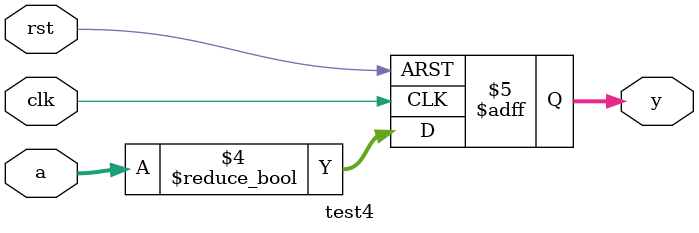
<source format=v>

module test1(input clk, input [3:0] a, output reg [3:0] y);
always @(posedge clk)
	y <= a;
endmodule

module test2(input clk, input [3:0] a, output reg [3:0] y);
wire clk_n = !clk;
always @(negedge clk_n)
	y[1:0] <= a[1:0];
always @(negedge clk_n)
	y[3:2] <= a[3:2];
endmodule

// -----------------------------------------------------------

module test3(input clk, rst, input [3:0] a, output reg [3:0] y);
always @(posedge clk, posedge rst)
	if (rst)
		y <= 12;
	else
		y <= |a;
endmodule

module test4(input clk, rst, input [3:0] a, output reg [3:0] y);
wire rst_n = !rst;
always @(posedge clk, negedge rst_n)
	if (!rst_n)
		y <= 12;
	else
		y <= a != 0;
endmodule


</source>
